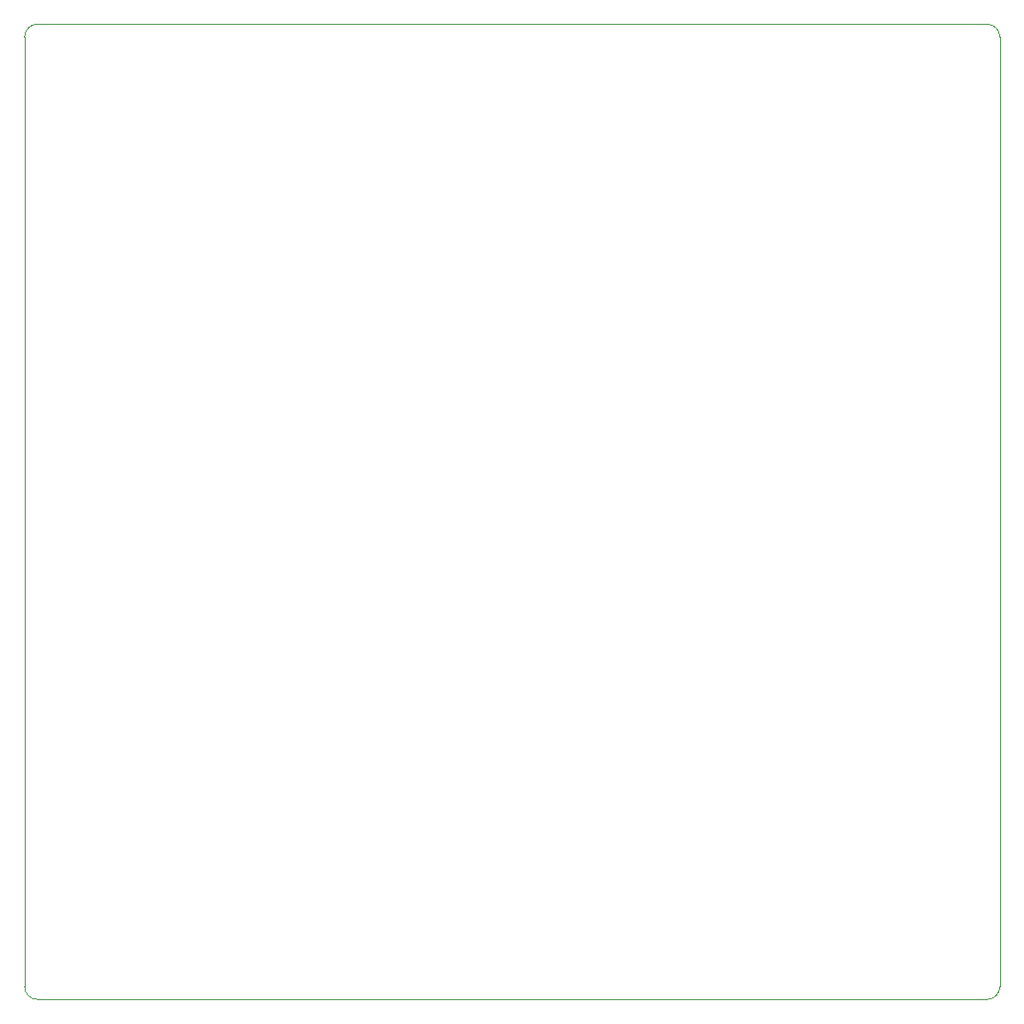
<source format=gbr>
G04*
G04 #@! TF.GenerationSoftware,Altium Limited,Altium Designer,24.9.1 (31)*
G04*
G04 Layer_Color=0*
%FSLAX44Y44*%
%MOMM*%
G71*
G04*
G04 #@! TF.SameCoordinates,E5D20A50-3BA1-4884-9652-F4273D7A4019*
G04*
G04*
G04 #@! TF.FilePolarity,Positive*
G04*
G01*
G75*
%ADD194C,0.0254*%
D194*
X0Y12000D02*
Y888000D01*
D02*
G02*
X12000Y900000I12000J0D01*
G01*
X888000D01*
D02*
G02*
X900000Y888000I0J-12000D01*
G01*
Y12000D01*
D02*
G02*
X888000Y0I-12000J0D01*
G01*
X12000D01*
D02*
G02*
X0Y12000I0J12000D01*
G01*
M02*

</source>
